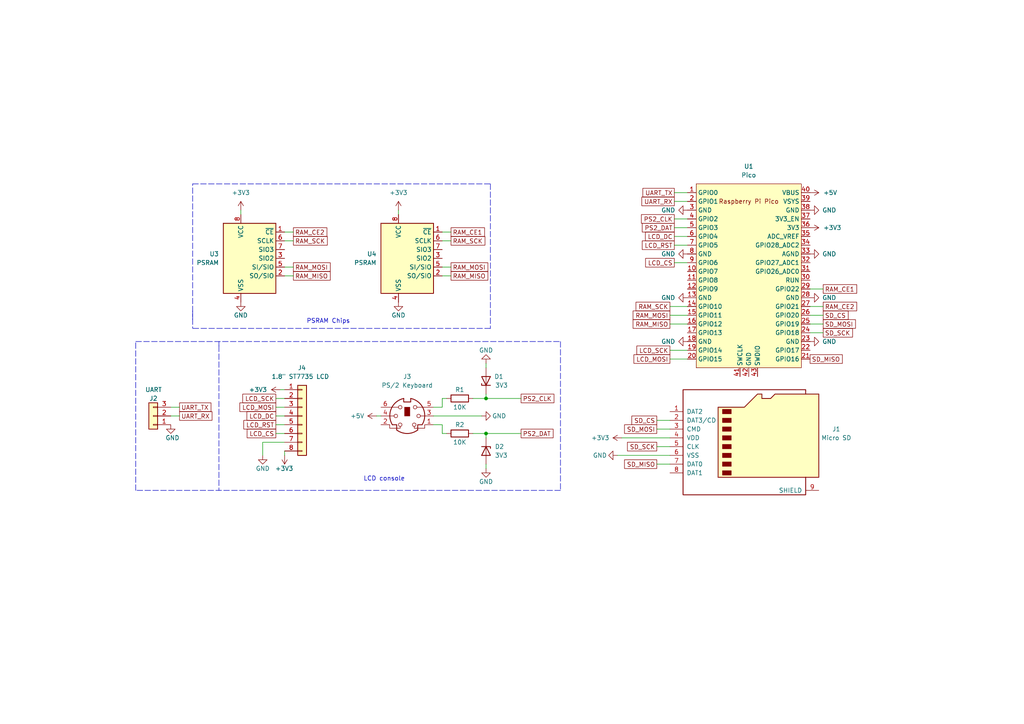
<source format=kicad_sch>
(kicad_sch (version 20211123) (generator eeschema)
  (paper "A4")
  (title_block (title "Hardware setup for Linux on Pi Pico") (date "2023-05-03"))
  (lib_symbols
    (symbol "Connector:Micro_SD_Card" (pin_names (offset 1.016))
      (property "Reference" "J" (at -16.51 15.24 0))
      (property "Value" "Micro_SD_Card" (at 16.51 15.24 0))
      (symbol "Micro_SD_Card_0_1"
        (rectangle (start -7.62 -9.525) (end -5.08 -10.795) (fill (type outline)))
        (rectangle (start -7.62 -6.985) (end -5.08 -8.255) (fill (type outline)))
        (rectangle (start -7.62 -4.445) (end -5.08 -5.715) (fill (type outline)))
        (rectangle (start -7.62 -1.905) (end -5.08 -3.175) (fill (type outline)))
        (rectangle (start -7.62 0.635) (end -5.08 -0.635) (fill (type outline)))
        (rectangle (start -7.62 3.175) (end -5.08 1.905) (fill (type outline)))
        (rectangle (start -7.62 5.715) (end -5.08 4.445) (fill (type outline)))
        (rectangle (start -7.62 8.255) (end -5.08 6.985) (fill (type outline)))
        (polyline (pts (xy 16.51 12.7) (xy 16.51 13.97) (xy -19.05 13.97) (xy -19.05 -16.51) (xy 16.51 -16.51) (xy 16.51 -11.43)) (stroke (width 0.254)))
        (polyline (pts (xy -8.89 -11.43) (xy -8.89 8.89) (xy -1.27 8.89) (xy 2.54 12.7) (xy 3.81 12.7) (xy 3.81 11.43) (xy 6.35 11.43) (xy 7.62 12.7) (xy 20.32 12.7) (xy 20.32 -11.43) (xy -8.89 -11.43)) (stroke (width 0.254)) (fill (type background)))
      )
      (symbol "Micro_SD_Card_1_1"
        (pin bidirectional line (at -22.86 7.62 0) (length 3.81) (name "DAT2") (number "1"))
        (pin bidirectional line (at -22.86 5.08 0) (length 3.81) (name "DAT3/CD") (number "2"))
        (pin input line (at -22.86 2.54 0) (length 3.81) (name "CMD") (number "3"))
        (pin power_in line (at -22.86 0 0) (length 3.81) (name "VDD") (number "4"))
        (pin input line (at -22.86 -2.54 0) (length 3.81) (name "CLK") (number "5"))
        (pin power_in line (at -22.86 -5.08 0) (length 3.81) (name "VSS") (number "6"))
        (pin bidirectional line (at -22.86 -7.62 0) (length 3.81) (name "DAT0") (number "7"))
        (pin bidirectional line (at -22.86 -10.16 0) (length 3.81) (name "DAT1") (number "8"))
        (pin passive line (at 20.32 -15.24 180) (length 3.81) (name "SHIELD") (number "9"))
      )
    )
    (symbol "Connector:Mini-DIN-6" (pin_names (offset 1.016))
      (property "Reference" "J" (at 0 6.35 0))
      (property "Value" "Mini-DIN-6" (at 0 -6.35 0))
      (symbol "Mini-DIN-6_0_1"
        (circle (center -3.302 0) (radius 0.508))
        (arc (start -3.048 -4.064) (mid 0 -5.08) (end 3.048 -4.064) (stroke (width 0.254)))
        (circle (center -2.032 -2.54) (radius 0.508))
        (circle (center -2.032 2.54) (radius 0.508))
        (arc (start -1.016 5.08) (mid -4.6228 2.1214) (end -4.318 -2.54) (stroke (width 0.254)))
        (rectangle (start -0.762 2.54) (end 0.762 0) (fill (type outline)))
        (polyline (pts (xy -3.81 0) (xy -5.08 0)))
        (polyline (pts (xy -2.54 2.54) (xy -5.08 2.54)))
        (polyline (pts (xy 2.794 2.54) (xy 5.08 2.54)))
        (polyline (pts (xy 5.08 0) (xy 3.81 0)))
        (polyline (pts (xy -4.318 -2.54) (xy -3.048 -2.54) (xy -3.048 -4.064)) (stroke (width 0.254)))
        (polyline (pts (xy 4.318 -2.54) (xy 3.048 -2.54) (xy 3.048 -4.064)) (stroke (width 0.254)))
        (polyline (pts (xy -2.032 -3.048) (xy -2.032 -3.556) (xy -5.08 -3.556) (xy -5.08 -2.54)))
        (polyline (pts (xy -1.016 5.08) (xy -1.016 4.064) (xy 1.016 4.064) (xy 1.016 5.08)) (stroke (width 0.254)))
        (polyline (pts (xy 2.032 -3.048) (xy 2.032 -3.556) (xy 5.08 -3.556) (xy 5.08 -2.54)))
        (circle (center 2.032 -2.54) (radius 0.508))
        (circle (center 2.286 2.54) (radius 0.508))
        (circle (center 3.302 0) (radius 0.508))
        (arc (start 4.318 -2.54) (mid 4.6661 2.1322) (end 1.016 5.08) (stroke (width 0.254)))
      )
      (symbol "Mini-DIN-6_1_1"
        (pin passive line (at 7.62 -2.54 180) (length 2.54) (name "~") (number "1"))
        (pin passive line (at -7.62 -2.54 0) (length 2.54) (name "~") (number "2"))
        (pin passive line (at 7.62 0 180) (length 2.54) (name "~") (number "3"))
        (pin passive line (at -7.62 0 0) (length 2.54) (name "~") (number "4"))
        (pin passive line (at 7.62 2.54 180) (length 2.54) (name "~") (number "5"))
        (pin passive line (at -7.62 2.54 0) (length 2.54) (name "~") (number "6"))
      )
    )
    (symbol "Connector_Generic:Conn_01x03" (pin_names (offset 1.016) hide)
      (property "Reference" "J" (at 0 5.08 0))
      (property "Value" "Conn_01x03" (at 0 -5.08 0))
      (symbol "Conn_01x03_1_1"
        (rectangle (start -1.27 -2.413) (end 0 -2.667) (stroke (width 0.1524)))
        (rectangle (start -1.27 0.127) (end 0 -0.127) (stroke (width 0.1524)))
        (rectangle (start -1.27 2.667) (end 0 2.413) (stroke (width 0.1524)))
        (rectangle (start -1.27 3.81) (end 1.27 -3.81) (stroke (width 0.254)) (fill (type background)))
        (pin passive line (at -5.08 2.54 0) (length 3.81) (name "Pin_1") (number "1"))
        (pin passive line (at -5.08 0 0) (length 3.81) (name "Pin_2") (number "2"))
        (pin passive line (at -5.08 -2.54 0) (length 3.81) (name "Pin_3") (number "3"))
      )
    )
    (symbol "Connector_Generic:Conn_01x08" (pin_names (offset 1.016) hide)
      (property "Reference" "J" (at 0 10.16 0))
      (property "Value" "Conn_01x08" (at 0 -12.7 0))
      (symbol "Conn_01x08_1_1"
        (rectangle (start -1.27 -10.033) (end 0 -10.287) (stroke (width 0.1524)))
        (rectangle (start -1.27 -7.493) (end 0 -7.747) (stroke (width 0.1524)))
        (rectangle (start -1.27 -4.953) (end 0 -5.207) (stroke (width 0.1524)))
        (rectangle (start -1.27 -2.413) (end 0 -2.667) (stroke (width 0.1524)))
        (rectangle (start -1.27 0.127) (end 0 -0.127) (stroke (width 0.1524)))
        (rectangle (start -1.27 2.667) (end 0 2.413) (stroke (width 0.1524)))
        (rectangle (start -1.27 5.207) (end 0 4.953) (stroke (width 0.1524)))
        (rectangle (start -1.27 7.747) (end 0 7.493) (stroke (width 0.1524)))
        (rectangle (start -1.27 8.89) (end 1.27 -11.43) (stroke (width 0.254)) (fill (type background)))
        (pin passive line (at -5.08 7.62 0) (length 3.81) (name "Pin_1") (number "1"))
        (pin passive line (at -5.08 5.08 0) (length 3.81) (name "Pin_2") (number "2"))
        (pin passive line (at -5.08 2.54 0) (length 3.81) (name "Pin_3") (number "3"))
        (pin passive line (at -5.08 0 0) (length 3.81) (name "Pin_4") (number "4"))
        (pin passive line (at -5.08 -2.54 0) (length 3.81) (name "Pin_5") (number "5"))
        (pin passive line (at -5.08 -5.08 0) (length 3.81) (name "Pin_6") (number "6"))
        (pin passive line (at -5.08 -7.62 0) (length 3.81) (name "Pin_7") (number "7"))
        (pin passive line (at -5.08 -10.16 0) (length 3.81) (name "Pin_8") (number "8"))
      )
    )
    (symbol "Device:D_Zener" (pin_numbers hide) (pin_names (offset 1.016) hide)
      (property "Reference" "D" (at 0 2.54 0))
      (property "Value" "D_Zener" (at 0 -2.54 0))
      (symbol "D_Zener_0_1"
        (polyline (pts (xy 1.27 0) (xy -1.27 0)))
        (polyline (pts (xy -1.27 -1.27) (xy -1.27 1.27) (xy -0.762 1.27)) (stroke (width 0.254)))
        (polyline (pts (xy 1.27 -1.27) (xy 1.27 1.27) (xy -1.27 0) (xy 1.27 -1.27)) (stroke (width 0.254)))
      )
      (symbol "D_Zener_1_1"
        (pin passive line (at -3.81 0 0) (length 2.54) (name "K") (number "1"))
        (pin passive line (at 3.81 0 180) (length 2.54) (name "A") (number "2"))
      )
    )
    (symbol "Device:R" (pin_numbers hide) (pin_names (offset 0))
      (property "Reference" "R" (at 2.032 0 90))
      (property "Value" "R" (at 0 0 90))
      (symbol "R_0_1"
        (rectangle (start -1.016 -2.54) (end 1.016 2.54) (stroke (width 0.254)))
      )
      (symbol "R_1_1"
        (pin passive line (at 0 3.81 270) (length 1.27) (name "~") (number "1"))
        (pin passive line (at 0 -3.81 90) (length 1.27) (name "~") (number "2"))
      )
    )
    (symbol "MCU_RaspberryPi_and_Boards:Pico"
      (property "Reference" "U" (at -13.97 27.94 0))
      (property "Value" "Pico" (at 0 19.05 0))
      (symbol "Pico_0_0"
        (text "Raspberry Pi Pico" (at 0 21.59 0) (effects (font (size 1.27 1.27))))
      )
      (symbol "Pico_0_1"
        (rectangle (start -15.24 26.67) (end 15.24 -26.67) (fill (type background)))
      )
      (symbol "Pico_1_1"
        (pin bidirectional line (at -17.78 24.13 0) (length 2.54) (name "GPIO0") (number "1"))
        (pin bidirectional line (at -17.78 1.27 0) (length 2.54) (name "GPIO7") (number "10"))
        (pin bidirectional line (at -17.78 -1.27 0) (length 2.54) (name "GPIO8") (number "11"))
        (pin bidirectional line (at -17.78 -3.81 0) (length 2.54) (name "GPIO9") (number "12"))
        (pin power_in line (at -17.78 -6.35 0) (length 2.54) (name "GND") (number "13"))
        (pin bidirectional line (at -17.78 -8.89 0) (length 2.54) (name "GPIO10") (number "14"))
        (pin bidirectional line (at -17.78 -11.43 0) (length 2.54) (name "GPIO11") (number "15"))
        (pin bidirectional line (at -17.78 -13.97 0) (length 2.54) (name "GPIO12") (number "16"))
        (pin bidirectional line (at -17.78 -16.51 0) (length 2.54) (name "GPIO13") (number "17"))
        (pin power_in line (at -17.78 -19.05 0) (length 2.54) (name "GND") (number "18"))
        (pin bidirectional line (at -17.78 -21.59 0) (length 2.54) (name "GPIO14") (number "19"))
        (pin bidirectional line (at -17.78 21.59 0) (length 2.54) (name "GPIO1") (number "2"))
        (pin bidirectional line (at -17.78 -24.13 0) (length 2.54) (name "GPIO15") (number "20"))
        (pin bidirectional line (at 17.78 -24.13 180) (length 2.54) (name "GPIO16") (number "21"))
        (pin bidirectional line (at 17.78 -21.59 180) (length 2.54) (name "GPIO17") (number "22"))
        (pin power_in line (at 17.78 -19.05 180) (length 2.54) (name "GND") (number "23"))
        (pin bidirectional line (at 17.78 -16.51 180) (length 2.54) (name "GPIO18") (number "24"))
        (pin bidirectional line (at 17.78 -13.97 180) (length 2.54) (name "GPIO19") (number "25"))
        (pin bidirectional line (at 17.78 -11.43 180) (length 2.54) (name "GPIO20") (number "26"))
        (pin bidirectional line (at 17.78 -8.89 180) (length 2.54) (name "GPIO21") (number "27"))
        (pin power_in line (at 17.78 -6.35 180) (length 2.54) (name "GND") (number "28"))
        (pin bidirectional line (at 17.78 -3.81 180) (length 2.54) (name "GPIO22") (number "29"))
        (pin power_in line (at -17.78 19.05 0) (length 2.54) (name "GND") (number "3"))
        (pin input line (at 17.78 -1.27 180) (length 2.54) (name "RUN") (number "30"))
        (pin bidirectional line (at 17.78 1.27 180) (length 2.54) (name "GPIO26_ADC0") (number "31"))
        (pin bidirectional line (at 17.78 3.81 180) (length 2.54) (name "GPIO27_ADC1") (number "32"))
        (pin power_in line (at 17.78 6.35 180) (length 2.54) (name "AGND") (number "33"))
        (pin bidirectional line (at 17.78 8.89 180) (length 2.54) (name "GPIO28_ADC2") (number "34"))
        (pin power_in line (at 17.78 11.43 180) (length 2.54) (name "ADC_VREF") (number "35"))
        (pin power_in line (at 17.78 13.97 180) (length 2.54) (name "3V3") (number "36"))
        (pin input line (at 17.78 16.51 180) (length 2.54) (name "3V3_EN") (number "37"))
        (pin bidirectional line (at 17.78 19.05 180) (length 2.54) (name "GND") (number "38"))
        (pin power_in line (at 17.78 21.59 180) (length 2.54) (name "VSYS") (number "39"))
        (pin bidirectional line (at -17.78 16.51 0) (length 2.54) (name "GPIO2") (number "4"))
        (pin power_in line (at 17.78 24.13 180) (length 2.54) (name "VBUS") (number "40"))
        (pin input line (at -2.54 -29.21 90) (length 2.54) (name "SWCLK") (number "41"))
        (pin power_in line (at 0 -29.21 90) (length 2.54) (name "GND") (number "42"))
        (pin bidirectional line (at 2.54 -29.21 90) (length 2.54) (name "SWDIO") (number "43"))
        (pin bidirectional line (at -17.78 13.97 0) (length 2.54) (name "GPIO3") (number "5"))
        (pin bidirectional line (at -17.78 11.43 0) (length 2.54) (name "GPIO4") (number "6"))
        (pin bidirectional line (at -17.78 8.89 0) (length 2.54) (name "GPIO5") (number "7"))
        (pin power_in line (at -17.78 6.35 0) (length 2.54) (name "GND") (number "8"))
        (pin bidirectional line (at -17.78 3.81 0) (length 2.54) (name "GPIO6") (number "9"))
      )
    )
    (symbol "Memory_RAM:ESP-PSRAM32"
      (property "Reference" "U" (at 3.81 11.43 0))
      (property "Value" "ESP-PSRAM32" (at -1.27 -11.43 0))
      (symbol "ESP-PSRAM32_0_1"
        (rectangle (start -7.62 10.16) (end 7.62 -10.16) (stroke (width 0.254)) (fill (type background)))
      )
      (symbol "ESP-PSRAM32_1_1"
        (pin input line (at 10.16 7.62 180) (length 2.54) (name "~{CE}") (number "1"))
        (pin output line (at 10.16 -5.08 180) (length 2.54) (name "SO/SIO") (number "2"))
        (pin bidirectional line (at 10.16 0 180) (length 2.54) (name "SIO2") (number "3"))
        (pin power_in line (at -2.54 -12.7 90) (length 2.54) (name "VSS") (number "4"))
        (pin input line (at 10.16 -2.54 180) (length 2.54) (name "SI/SIO") (number "5"))
        (pin output line (at 10.16 5.08 180) (length 2.54) (name "SCLK") (number "6"))
        (pin bidirectional line (at 10.16 2.54 180) (length 2.54) (name "SIO3") (number "7"))
        (pin power_in line (at -2.54 12.7 270) (length 2.54) (name "VCC") (number "8"))
      )
    )
    (symbol "power:+3V3" (power) (pin_names (offset 0))
      (property "Value" "+3V3" (at 0 3.556 0))
      (symbol "+3V3_0_1"
        (polyline (pts (xy -0.762 1.27) (xy 0 2.54)))
        (polyline (pts (xy 0 0) (xy 0 2.54)))
        (polyline (pts (xy 0 2.54) (xy 0.762 1.27)))
      )
      (symbol "+3V3_1_1"
        (pin power_in line (at 0 0 90) (length 0) hide (name "+3V3") (number "1"))
      )
    )
    (symbol "power:+5V" (power) (pin_names (offset 0))
      (property "Value" "+5V" (at 0 3.556 0))
      (symbol "+5V_0_1"
        (polyline (pts (xy -0.762 1.27) (xy 0 2.54)))
        (polyline (pts (xy 0 0) (xy 0 2.54)))
        (polyline (pts (xy 0 2.54) (xy 0.762 1.27)))
      )
      (symbol "+5V_1_1"
        (pin power_in line (at 0 0 90) (length 0) hide (name "+5V") (number "1"))
      )
    )
    (symbol "power:GND" (power) (pin_names (offset 0))
      (property "Value" "GND" (at 0 -3.81 0))
      (symbol "GND_0_1"
        (polyline (pts (xy 0 0) (xy 0 -1.27) (xy 1.27 -1.27) (xy 0 -2.54) (xy -1.27 -1.27) (xy 0 -1.27)))
      )
      (symbol "GND_1_1"
        (pin power_in line (at 0 0 270) (length 0) hide (name "GND") (number "1"))
      )
    )
  )
  (junction (at 140.97 125.73))
  (junction (at 140.97 115.57))
  (wire (pts (xy 234.95 83.82) (xy 238.76 83.82)))
  (wire (pts (xy 76.2 132.08) (xy 76.2 128.27)))
  (wire (pts (xy 69.85 60.96) (xy 69.85 62.23)))
  (wire (pts (xy 140.97 105.41) (xy 140.97 106.68)))
  (polyline (pts (xy 55.88 53.34) (xy 142.24 53.34)))
  (wire (pts (xy 195.58 63.5) (xy 199.39 63.5)))
  (wire (pts (xy 194.31 101.6) (xy 199.39 101.6)))
  (wire (pts (xy 80.01 120.65) (xy 82.55 120.65)))
  (wire (pts (xy 140.97 114.3) (xy 140.97 115.57)))
  (polyline (pts (xy 142.24 95.25) (xy 55.88 95.25)))
  (polyline (pts (xy 162.56 142.24) (xy 39.37 142.24)))
  (wire (pts (xy 180.34 127) (xy 194.31 127)))
  (wire (pts (xy 76.2 128.27) (xy 82.55 128.27)))
  (wire (pts (xy 85.09 69.85) (xy 82.55 69.85)))
  (wire (pts (xy 85.09 67.31) (xy 82.55 67.31)))
  (wire (pts (xy 52.07 118.11) (xy 49.53 118.11)))
  (wire (pts (xy 190.5 121.92) (xy 194.31 121.92)))
  (wire (pts (xy 128.27 115.57) (xy 128.27 118.11)))
  (wire (pts (xy 130.81 67.31) (xy 128.27 67.31)))
  (polyline (pts (xy 39.37 99.06) (xy 162.56 99.06)))
  (wire (pts (xy 137.16 125.73) (xy 140.97 125.73)))
  (wire (pts (xy 195.58 68.58) (xy 199.39 68.58)))
  (wire (pts (xy 238.76 96.52) (xy 234.95 96.52)))
  (wire (pts (xy 179.07 132.08) (xy 194.31 132.08)))
  (polyline (pts (xy 142.24 53.34) (xy 142.24 95.25)))
  (wire (pts (xy 195.58 71.12) (xy 199.39 71.12)))
  (wire (pts (xy 195.58 55.88) (xy 199.39 55.88)))
  (polyline (pts (xy 55.88 92.71) (xy 55.88 53.34)))
  (wire (pts (xy 194.31 104.14) (xy 199.39 104.14)))
  (wire (pts (xy 140.97 135.89) (xy 140.97 134.62)))
  (wire (pts (xy 115.57 62.23) (xy 115.57 60.96)))
  (wire (pts (xy 194.31 93.98) (xy 199.39 93.98)))
  (wire (pts (xy 52.07 120.65) (xy 49.53 120.65)))
  (wire (pts (xy 80.01 123.19) (xy 82.55 123.19)))
  (wire (pts (xy 130.81 80.01) (xy 128.27 80.01)))
  (wire (pts (xy 85.09 77.47) (xy 82.55 77.47)))
  (wire (pts (xy 238.76 91.44) (xy 234.95 91.44)))
  (wire (pts (xy 125.73 123.19) (xy 128.27 123.19)))
  (wire (pts (xy 128.27 125.73) (xy 129.54 125.73)))
  (wire (pts (xy 130.81 69.85) (xy 128.27 69.85)))
  (wire (pts (xy 125.73 118.11) (xy 128.27 118.11)))
  (polyline (pts (xy 63.5 99.06) (xy 63.5 100.33)))
  (wire (pts (xy 140.97 127) (xy 140.97 125.73)))
  (wire (pts (xy 140.97 125.73) (xy 151.13 125.73)))
  (wire (pts (xy 137.16 115.57) (xy 140.97 115.57)))
  (wire (pts (xy 190.5 129.54) (xy 194.31 129.54)))
  (wire (pts (xy 125.73 120.65) (xy 139.7 120.65)))
  (wire (pts (xy 109.22 120.65) (xy 110.49 120.65)))
  (wire (pts (xy 80.01 118.11) (xy 82.55 118.11)))
  (wire (pts (xy 195.58 66.04) (xy 199.39 66.04)))
  (wire (pts (xy 130.81 77.47) (xy 128.27 77.47)))
  (polyline (pts (xy 162.56 99.06) (xy 162.56 142.24)))
  (polyline (pts (xy 39.37 142.24) (xy 39.37 99.06)))
  (wire (pts (xy 82.55 132.08) (xy 82.55 130.81)))
  (polyline (pts (xy 55.88 90.17) (xy 55.88 95.25)))
  (wire (pts (xy 80.01 115.57) (xy 82.55 115.57)))
  (wire (pts (xy 194.31 91.44) (xy 199.39 91.44)))
  (wire (pts (xy 128.27 115.57) (xy 129.54 115.57)))
  (wire (pts (xy 234.95 88.9) (xy 238.76 88.9)))
  (wire (pts (xy 85.09 80.01) (xy 82.55 80.01)))
  (wire (pts (xy 81.28 113.03) (xy 82.55 113.03)))
  (wire (pts (xy 194.31 88.9) (xy 199.39 88.9)))
  (wire (pts (xy 80.01 125.73) (xy 82.55 125.73)))
  (polyline (pts (xy 39.37 100.33) (xy 39.37 100.33)))
  (wire (pts (xy 190.5 134.62) (xy 194.31 134.62)))
  (wire (pts (xy 140.97 115.57) (xy 151.13 115.57)))
  (wire (pts (xy 238.76 93.98) (xy 234.95 93.98)))
  (wire (pts (xy 190.5 124.46) (xy 194.31 124.46)))
  (wire (pts (xy 128.27 123.19) (xy 128.27 125.73)))
  (wire (pts (xy 195.58 76.2) (xy 199.39 76.2)))
  (polyline (pts (xy 63.5 100.33) (xy 63.5 142.24)))
  (wire (pts (xy 195.58 58.42) (xy 199.39 58.42)))
  (text "PSRAM Chips" (at 88.9 93.98 0) (effects (font (size 1.27 1.27)) (justify left bottom)))
  (text "LCD console" (at 105.41 139.7 0) (effects (font (size 1.27 1.27)) (justify left bottom)))
  (global_label "RAM_SCK" (shape passive) (at 194.31 88.9 180) (property "Intersheet References" "${INTERSHEET_REFS}" (effects hide)))
  (global_label "RAM_SCK" (shape passive) (at 85.09 69.85 0) (property "Intersheet References" "${INTERSHEET_REFS}" (effects hide)))
  (global_label "UART_RX" (shape passive) (at 195.58 58.42 180) (property "Intersheet References" "${INTERSHEET_REFS}" (effects hide)))
  (global_label "LCD_MOSI" (shape passive) (at 80.01 118.11 180) (property "Intersheet References" "${INTERSHEET_REFS}" (effects hide)))
  (global_label "SD_SCK" (shape passive) (at 238.76 96.52 0) (property "Intersheet References" "${INTERSHEET_REFS}" (effects hide)))
  (global_label "RAM_CE2" (shape passive) (at 238.76 88.9 0) (property "Intersheet References" "${INTERSHEET_REFS}" (effects hide)))
  (global_label "LCD_SCK" (shape passive) (at 80.01 115.57 180) (property "Intersheet References" "${INTERSHEET_REFS}" (effects hide)))
  (global_label "RAM_MOSI" (shape passive) (at 194.31 91.44 180) (property "Intersheet References" "${INTERSHEET_REFS}" (effects hide)))
  (global_label "PS2_DAT" (shape passive) (at 195.58 66.04 180) (property "Intersheet References" "${INTERSHEET_REFS}" (effects hide)))
  (global_label "PS2_CLK" (shape passive) (at 151.13 115.57 0) (property "Intersheet References" "${INTERSHEET_REFS}" (effects hide)))
  (global_label "LCD_CS" (shape passive) (at 80.01 125.73 180) (property "Intersheet References" "${INTERSHEET_REFS}" (effects hide)))
  (global_label "PS2_CLK" (shape passive) (at 195.58 63.5 180) (property "Intersheet References" "${INTERSHEET_REFS}" (effects hide)))
  (global_label "LCD_CS" (shape passive) (at 195.58 76.2 180) (property "Intersheet References" "${INTERSHEET_REFS}" (effects hide)))
  (global_label "RAM_SCK" (shape passive) (at 130.81 69.85 0) (property "Intersheet References" "${INTERSHEET_REFS}" (effects hide)))
  (global_label "UART_RX" (shape passive) (at 52.07 120.65 0) (property "Intersheet References" "${INTERSHEET_REFS}" (effects hide)))
  (global_label "LCD_RST" (shape passive) (at 195.58 71.12 180) (property "Intersheet References" "${INTERSHEET_REFS}" (effects hide)))
  (global_label "SD_SCK" (shape passive) (at 190.5 129.54 180) (property "Intersheet References" "${INTERSHEET_REFS}" (effects hide)))
  (global_label "UART_TX" (shape passive) (at 52.07 118.11 0) (property "Intersheet References" "${INTERSHEET_REFS}" (effects hide)))
  (global_label "RAM_CE2" (shape passive) (at 85.09 67.31 0) (property "Intersheet References" "${INTERSHEET_REFS}" (effects hide)))
  (global_label "RAM_MISO" (shape passive) (at 130.81 80.01 0) (property "Intersheet References" "${INTERSHEET_REFS}" (effects hide)))
  (global_label "SD_CS" (shape passive) (at 190.5 121.92 180) (property "Intersheet References" "${INTERSHEET_REFS}" (effects hide)))
  (global_label "SD_MISO" (shape passive) (at 234.95 104.14 0) (property "Intersheet References" "${INTERSHEET_REFS}" (effects hide)))
  (global_label "PS2_DAT" (shape passive) (at 151.13 125.73 0) (property "Intersheet References" "${INTERSHEET_REFS}" (effects hide)))
  (global_label "LCD_DC" (shape passive) (at 80.01 120.65 180) (property "Intersheet References" "${INTERSHEET_REFS}" (effects hide)))
  (global_label "LCD_DC" (shape passive) (at 195.58 68.58 180) (property "Intersheet References" "${INTERSHEET_REFS}" (effects hide)))
  (global_label "RAM_MOSI" (shape passive) (at 85.09 77.47 0) (property "Intersheet References" "${INTERSHEET_REFS}" (effects hide)))
  (global_label "UART_TX" (shape passive) (at 195.58 55.88 180) (property "Intersheet References" "${INTERSHEET_REFS}" (effects hide)))
  (global_label "RAM_MISO" (shape passive) (at 194.31 93.98 180) (property "Intersheet References" "${INTERSHEET_REFS}" (effects hide)))
  (global_label "LCD_MOSI" (shape passive) (at 194.31 104.14 180) (property "Intersheet References" "${INTERSHEET_REFS}" (effects hide)))
  (global_label "LCD_RST" (shape passive) (at 80.01 123.19 180) (property "Intersheet References" "${INTERSHEET_REFS}" (effects hide)))
  (global_label "RAM_MISO" (shape passive) (at 85.09 80.01 0) (property "Intersheet References" "${INTERSHEET_REFS}" (effects hide)))
  (global_label "LCD_SCK" (shape passive) (at 194.31 101.6 180) (property "Intersheet References" "${INTERSHEET_REFS}" (effects hide)))
  (global_label "SD_MOSI" (shape passive) (at 238.76 93.98 0) (property "Intersheet References" "${INTERSHEET_REFS}" (effects hide)))
  (global_label "SD_MOSI" (shape passive) (at 190.5 124.46 180) (property "Intersheet References" "${INTERSHEET_REFS}" (effects hide)))
  (global_label "RAM_MOSI" (shape passive) (at 130.81 77.47 0) (property "Intersheet References" "${INTERSHEET_REFS}" (effects hide)))
  (global_label "RAM_CE1" (shape passive) (at 238.76 83.82 0) (property "Intersheet References" "${INTERSHEET_REFS}" (effects hide)))
  (global_label "RAM_CE1" (shape passive) (at 130.81 67.31 0) (property "Intersheet References" "${INTERSHEET_REFS}" (effects hide)))
  (global_label "SD_MISO" (shape passive) (at 190.5 134.62 180) (property "Intersheet References" "${INTERSHEET_REFS}" (effects hide)))
  (global_label "SD_CS" (shape passive) (at 238.76 91.44 0) (property "Intersheet References" "${INTERSHEET_REFS}" (effects hide)))
  (symbol (lib_id "Connector:Mini-DIN-6") (at 118.11 120.65 0) (unit 1)
    (property "Reference" "J3" (at 118.11 109.22 0))
    (property "Value" "PS/2 Keyboard" (at 118.11 111.76 0))
    (property "Datasheet" "http://service.powerdynamics.com/ec/Catalog17/Section%2011.pdf" (effects hide))
  )
  (symbol (lib_id "power:GND") (at 234.95 99.06 90) (mirror x) (unit 1)
    (property "Reference" "#PWR0112" (effects hide))
    (property "Value" "GND" (at 242.57 99.06 90) (effects (justify left)))
  )
  (symbol (lib_id "Connector:Micro_SD_Card") (at 217.17 127 0) (unit 1)
    (property "Reference" "J1" (at 242.57 124.46 0))
    (property "Value" "Micro SD" (at 242.57 127 0))
    (property "Datasheet" "http://katalog.we-online.de/em/datasheet/693072010801.pdf" (effects hide))
  )
  (symbol (lib_id "power:GND") (at 199.39 73.66 270) (mirror x) (unit 1)
    (property "Reference" "#PWR0108" (effects hide))
    (property "Value" "GND" (at 191.77 73.66 90) (effects (justify left)))
  )
  (symbol (lib_id "power:GND") (at 69.85 87.63 0) (unit 1)
    (property "Reference" "#PWR0104" (effects hide))
    (property "Value" "GND" (at 69.85 91.44 0))
  )
  (symbol (lib_id "MCU_RaspberryPi_and_Boards:Pico") (at 217.17 80.01 0) (unit 1)
    (property "Reference" "U1" (at 217.17 48.26 0))
    (property "Value" "Pico" (at 217.17 50.8 0))
    (property "Footprint" "MCU_RaspberryPi_and_Boards:RPi_Pico_SMD_TH" (effects hide))
  )
  (symbol (lib_id "Device:R") (at 133.35 115.57 90) (unit 1)
    (property "Reference" "R1" (at 133.35 113.03 90))
    (property "Value" "10K" (at 133.35 118.11 90))
  )
  (symbol (lib_id "power:GND") (at 199.39 99.06 270) (mirror x) (unit 1)
    (property "Reference" "#PWR0114" (effects hide))
    (property "Value" "GND" (at 191.77 99.06 90) (effects (justify left)))
  )
  (symbol (lib_id "Memory_RAM:ESP-PSRAM32") (at 72.39 74.93 0) (unit 1)
    (property "Reference" "U3" (at 63.5 73.6599 0) (effects (justify right)))
    (property "Value" "PSRAM" (at 63.5 76.1999 0) (effects (justify right)))
    (property "Footprint" "Package_SO:SOIC-8_3.9x4.9mm_P1.27mm" (effects hide))
    (property "Datasheet" "https://www.espressif.com/sites/default/files/documentation/esp-psram32_datasheet_en.pdf" (effects hide))
  )
  (symbol (lib_id "Connector_Generic:Conn_01x08") (at 87.63 120.65 0) (unit 1)
    (property "Reference" "J4" (at 86.36 106.68 0) (effects (justify left)))
    (property "Value" "1.8\" ST7735 LCD" (at 78.74 109.22 0) (effects (justify left)))
  )
  (symbol (lib_id "power:+3V3") (at 69.85 60.96 0) (unit 1)
    (property "Reference" "#PWR0103" (effects hide))
    (property "Value" "+3V3" (at 69.85 55.88 0))
  )
  (symbol (lib_id "power:+5V") (at 234.95 55.88 270) (unit 1)
    (property "Reference" "#PWR?" (effects hide))
    (property "Value" "+5V" (at 238.76 55.8799 90) (effects (justify left)))
  )
  (symbol (lib_id "power:GND") (at 49.53 123.19 0) (unit 1)
    (property "Reference" "#PWR0117" (effects hide))
    (property "Value" "GND" (at 52.07 127 0) (effects (justify right)))
  )
  (symbol (lib_id "Device:R") (at 133.35 125.73 90) (unit 1)
    (property "Reference" "R2" (at 133.35 123.19 90))
    (property "Value" "10K" (at 133.35 128.27 90))
  )
  (symbol (lib_id "power:GND") (at 115.57 87.63 0) (unit 1)
    (property "Reference" "#PWR0102" (effects hide))
    (property "Value" "GND" (at 115.57 91.44 0))
  )
  (symbol (lib_id "power:+3V3") (at 81.28 113.03 90) (unit 1)
    (property "Reference" "#PWR?" (effects hide))
    (property "Value" "+3V3" (at 77.47 113.03 90) (effects (justify left)))
  )
  (symbol (lib_id "power:+3V3") (at 234.95 66.04 270) (unit 1)
    (property "Reference" "#PWR0109" (effects hide))
    (property "Value" "+3V3" (at 238.76 66.0399 90) (effects (justify left)))
  )
  (symbol (lib_id "power:GND") (at 140.97 135.89 0) (unit 1)
    (property "Reference" "#PWR?" (effects hide))
    (property "Value" "GND" (at 140.97 139.7 0))
  )
  (symbol (lib_id "Device:D_Zener") (at 140.97 110.49 90) (unit 1)
    (property "Reference" "D1" (at 146.05 109.22 90) (effects (justify left)))
    (property "Value" "3V3" (at 147.32 111.76 90) (effects (justify left)))
  )
  (symbol (lib_id "power:GND") (at 139.7 120.65 90) (unit 1)
    (property "Reference" "#PWR?" (effects hide))
    (property "Value" "GND" (at 144.78 120.65 90))
  )
  (symbol (lib_id "power:GND") (at 234.95 86.36 90) (mirror x) (unit 1)
    (property "Reference" "#PWR0111" (effects hide))
    (property "Value" "GND" (at 242.57 86.36 90) (effects (justify left)))
  )
  (symbol (lib_id "power:GND") (at 234.95 60.96 90) (mirror x) (unit 1)
    (property "Reference" "#PWR0113" (effects hide))
    (property "Value" "GND" (at 242.57 60.96 90) (effects (justify left)))
  )
  (symbol (lib_id "Connector_Generic:Conn_01x03") (at 44.45 120.65 180) (unit 1)
    (property "Reference" "J2" (at 45.72 115.57 0) (effects (justify left)))
    (property "Value" "UART" (at 46.99 113.03 0) (effects (justify left)))
    (property "Footprint" "Connector_PinHeader_2.54mm:PinHeader_1x03_P2.54mm_Horizontal" (effects hide))
  )
  (symbol (lib_id "power:+5V") (at 109.22 120.65 90) (unit 1)
    (property "Reference" "#PWR?" (effects hide))
    (property "Value" "+5V" (at 101.6 120.65 90) (effects (justify right)))
  )
  (symbol (lib_id "Memory_RAM:ESP-PSRAM32") (at 118.11 74.93 0) (unit 1)
    (property "Reference" "U4" (at 109.22 73.6599 0) (effects (justify right)))
    (property "Value" "PSRAM" (at 109.22 76.1999 0) (effects (justify right)))
    (property "Footprint" "Package_SO:SOIC-8_3.9x4.9mm_P1.27mm" (effects hide))
    (property "Datasheet" "https://www.espressif.com/sites/default/files/documentation/esp-psram32_datasheet_en.pdf" (effects hide))
  )
  (symbol (lib_id "Device:D_Zener") (at 140.97 130.81 270) (unit 1)
    (property "Reference" "D2" (at 143.51 129.54 90) (effects (justify left)))
    (property "Value" "3V3" (at 143.51 132.08 90) (effects (justify left)))
  )
  (symbol (lib_id "power:GND") (at 199.39 86.36 270) (mirror x) (unit 1)
    (property "Reference" "#PWR0115" (effects hide))
    (property "Value" "GND" (at 191.77 86.36 90) (effects (justify left)))
  )
  (symbol (lib_id "power:GND") (at 199.39 60.96 270) (mirror x) (unit 1)
    (property "Reference" "#PWR0107" (effects hide))
    (property "Value" "GND" (at 191.77 60.96 90) (effects (justify left)))
  )
  (symbol (lib_id "power:+3V3") (at 180.34 127 90) (unit 1)
    (property "Reference" "#PWR?" (effects hide))
    (property "Value" "+3V3" (at 171.45 127 90) (effects (justify right)))
  )
  (symbol (lib_id "power:GND") (at 179.07 132.08 270) (unit 1)
    (property "Reference" "#PWR?" (effects hide))
    (property "Value" "GND" (at 173.99 132.08 90))
  )
  (symbol (lib_id "power:+3V3") (at 115.57 60.96 0) (unit 1)
    (property "Reference" "#PWR0101" (effects hide))
    (property "Value" "+3V3" (at 115.57 55.88 0))
  )
  (symbol (lib_id "power:+3V3") (at 82.55 132.08 180) (unit 1)
    (property "Reference" "#PWR?" (effects hide))
    (property "Value" "+3V3" (at 85.09 135.89 0) (effects (justify left)))
  )
  (symbol (lib_id "power:GND") (at 76.2 132.08 0) (unit 1)
    (property "Reference" "#PWR?" (effects hide))
    (property "Value" "GND" (at 76.2 135.89 0))
  )
  (symbol (lib_id "power:GND") (at 140.97 105.41 180) (unit 1)
    (property "Reference" "#PWR?" (effects hide))
    (property "Value" "GND" (at 140.97 101.6 0))
  )
  (symbol (lib_id "power:GND") (at 234.95 73.66 90) (mirror x) (unit 1)
    (property "Reference" "#PWR0110" (effects hide))
    (property "Value" "GND" (at 242.57 73.66 90) (effects (justify left)))
  )
)
</source>
